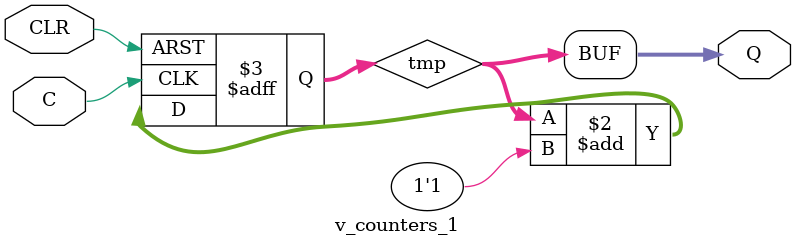
<source format=v>
module v_counters_1 (C, CLR, Q);
    input C, CLR;
    output [3:0] Q;
    reg [3:0] tmp;

    always @(posedge C or posedge CLR)
    begin
        if (CLR)
            tmp <= 4'b0000;
        else
            tmp <= tmp + 1'b1;
    end

    assign Q = tmp;
endmodule

</source>
